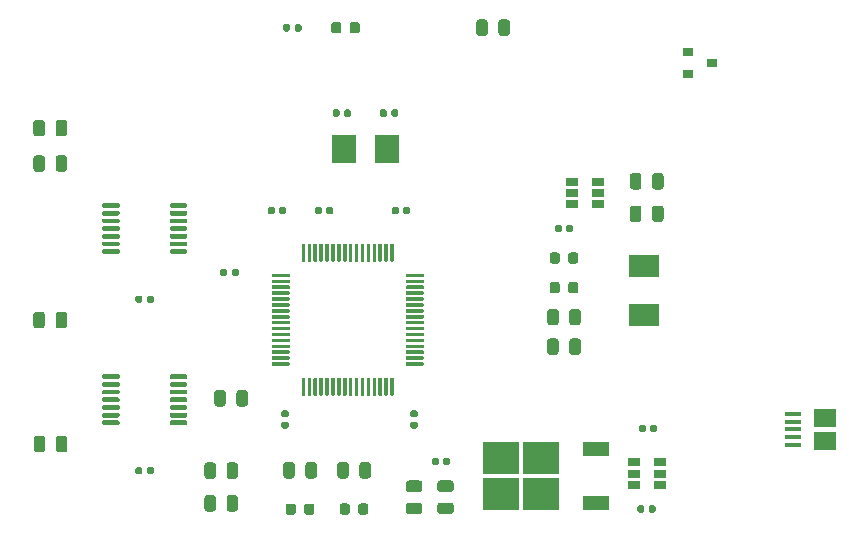
<source format=gbr>
G04 #@! TF.GenerationSoftware,KiCad,Pcbnew,(5.1.6-0-10_14)*
G04 #@! TF.CreationDate,2021-01-09T17:34:30+01:00*
G04 #@! TF.ProjectId,Greaseweazle_F7_Plus_V2,47726561-7365-4776-9561-7a6c655f4637,rev?*
G04 #@! TF.SameCoordinates,Original*
G04 #@! TF.FileFunction,Paste,Top*
G04 #@! TF.FilePolarity,Positive*
%FSLAX46Y46*%
G04 Gerber Fmt 4.6, Leading zero omitted, Abs format (unit mm)*
G04 Created by KiCad (PCBNEW (5.1.6-0-10_14)) date 2021-01-09 17:34:30*
%MOMM*%
%LPD*%
G01*
G04 APERTURE LIST*
%ADD10R,3.050000X2.750000*%
%ADD11R,2.200000X1.200000*%
%ADD12R,2.500000X1.900000*%
%ADD13R,1.060000X0.650000*%
%ADD14R,2.000000X2.400000*%
%ADD15R,1.900000X1.500000*%
%ADD16R,1.350000X0.400000*%
%ADD17R,0.900000X0.800000*%
G04 APERTURE END LIST*
D10*
X204553000Y-139953000D03*
X201203000Y-143003000D03*
X204553000Y-143003000D03*
X201203000Y-139953000D03*
D11*
X209178000Y-139198000D03*
X209178000Y-143758000D03*
G36*
G01*
X194258250Y-142806000D02*
X193345750Y-142806000D01*
G75*
G02*
X193102000Y-142562250I0J243750D01*
G01*
X193102000Y-142074750D01*
G75*
G02*
X193345750Y-141831000I243750J0D01*
G01*
X194258250Y-141831000D01*
G75*
G02*
X194502000Y-142074750I0J-243750D01*
G01*
X194502000Y-142562250D01*
G75*
G02*
X194258250Y-142806000I-243750J0D01*
G01*
G37*
G36*
G01*
X194258250Y-144681000D02*
X193345750Y-144681000D01*
G75*
G02*
X193102000Y-144437250I0J243750D01*
G01*
X193102000Y-143949750D01*
G75*
G02*
X193345750Y-143706000I243750J0D01*
G01*
X194258250Y-143706000D01*
G75*
G02*
X194502000Y-143949750I0J-243750D01*
G01*
X194502000Y-144437250D01*
G75*
G02*
X194258250Y-144681000I-243750J0D01*
G01*
G37*
G36*
G01*
X196012750Y-143706000D02*
X196925250Y-143706000D01*
G75*
G02*
X197169000Y-143949750I0J-243750D01*
G01*
X197169000Y-144437250D01*
G75*
G02*
X196925250Y-144681000I-243750J0D01*
G01*
X196012750Y-144681000D01*
G75*
G02*
X195769000Y-144437250I0J243750D01*
G01*
X195769000Y-143949750D01*
G75*
G02*
X196012750Y-143706000I243750J0D01*
G01*
G37*
G36*
G01*
X196012750Y-141831000D02*
X196925250Y-141831000D01*
G75*
G02*
X197169000Y-142074750I0J-243750D01*
G01*
X197169000Y-142562250D01*
G75*
G02*
X196925250Y-142806000I-243750J0D01*
G01*
X196012750Y-142806000D01*
G75*
G02*
X195769000Y-142562250I0J243750D01*
G01*
X195769000Y-142074750D01*
G75*
G02*
X196012750Y-141831000I243750J0D01*
G01*
G37*
G36*
G01*
X168875000Y-136850000D02*
X168875000Y-137050000D01*
G75*
G02*
X168775000Y-137150000I-100000J0D01*
G01*
X167500000Y-137150000D01*
G75*
G02*
X167400000Y-137050000I0J100000D01*
G01*
X167400000Y-136850000D01*
G75*
G02*
X167500000Y-136750000I100000J0D01*
G01*
X168775000Y-136750000D01*
G75*
G02*
X168875000Y-136850000I0J-100000D01*
G01*
G37*
G36*
G01*
X168875000Y-136200000D02*
X168875000Y-136400000D01*
G75*
G02*
X168775000Y-136500000I-100000J0D01*
G01*
X167500000Y-136500000D01*
G75*
G02*
X167400000Y-136400000I0J100000D01*
G01*
X167400000Y-136200000D01*
G75*
G02*
X167500000Y-136100000I100000J0D01*
G01*
X168775000Y-136100000D01*
G75*
G02*
X168875000Y-136200000I0J-100000D01*
G01*
G37*
G36*
G01*
X168875000Y-135550000D02*
X168875000Y-135750000D01*
G75*
G02*
X168775000Y-135850000I-100000J0D01*
G01*
X167500000Y-135850000D01*
G75*
G02*
X167400000Y-135750000I0J100000D01*
G01*
X167400000Y-135550000D01*
G75*
G02*
X167500000Y-135450000I100000J0D01*
G01*
X168775000Y-135450000D01*
G75*
G02*
X168875000Y-135550000I0J-100000D01*
G01*
G37*
G36*
G01*
X168875000Y-134900000D02*
X168875000Y-135100000D01*
G75*
G02*
X168775000Y-135200000I-100000J0D01*
G01*
X167500000Y-135200000D01*
G75*
G02*
X167400000Y-135100000I0J100000D01*
G01*
X167400000Y-134900000D01*
G75*
G02*
X167500000Y-134800000I100000J0D01*
G01*
X168775000Y-134800000D01*
G75*
G02*
X168875000Y-134900000I0J-100000D01*
G01*
G37*
G36*
G01*
X168875000Y-134250000D02*
X168875000Y-134450000D01*
G75*
G02*
X168775000Y-134550000I-100000J0D01*
G01*
X167500000Y-134550000D01*
G75*
G02*
X167400000Y-134450000I0J100000D01*
G01*
X167400000Y-134250000D01*
G75*
G02*
X167500000Y-134150000I100000J0D01*
G01*
X168775000Y-134150000D01*
G75*
G02*
X168875000Y-134250000I0J-100000D01*
G01*
G37*
G36*
G01*
X168875000Y-133600000D02*
X168875000Y-133800000D01*
G75*
G02*
X168775000Y-133900000I-100000J0D01*
G01*
X167500000Y-133900000D01*
G75*
G02*
X167400000Y-133800000I0J100000D01*
G01*
X167400000Y-133600000D01*
G75*
G02*
X167500000Y-133500000I100000J0D01*
G01*
X168775000Y-133500000D01*
G75*
G02*
X168875000Y-133600000I0J-100000D01*
G01*
G37*
G36*
G01*
X168875000Y-132950000D02*
X168875000Y-133150000D01*
G75*
G02*
X168775000Y-133250000I-100000J0D01*
G01*
X167500000Y-133250000D01*
G75*
G02*
X167400000Y-133150000I0J100000D01*
G01*
X167400000Y-132950000D01*
G75*
G02*
X167500000Y-132850000I100000J0D01*
G01*
X168775000Y-132850000D01*
G75*
G02*
X168875000Y-132950000I0J-100000D01*
G01*
G37*
G36*
G01*
X174600000Y-132950000D02*
X174600000Y-133150000D01*
G75*
G02*
X174500000Y-133250000I-100000J0D01*
G01*
X173225000Y-133250000D01*
G75*
G02*
X173125000Y-133150000I0J100000D01*
G01*
X173125000Y-132950000D01*
G75*
G02*
X173225000Y-132850000I100000J0D01*
G01*
X174500000Y-132850000D01*
G75*
G02*
X174600000Y-132950000I0J-100000D01*
G01*
G37*
G36*
G01*
X174600000Y-133600000D02*
X174600000Y-133800000D01*
G75*
G02*
X174500000Y-133900000I-100000J0D01*
G01*
X173225000Y-133900000D01*
G75*
G02*
X173125000Y-133800000I0J100000D01*
G01*
X173125000Y-133600000D01*
G75*
G02*
X173225000Y-133500000I100000J0D01*
G01*
X174500000Y-133500000D01*
G75*
G02*
X174600000Y-133600000I0J-100000D01*
G01*
G37*
G36*
G01*
X174600000Y-134250000D02*
X174600000Y-134450000D01*
G75*
G02*
X174500000Y-134550000I-100000J0D01*
G01*
X173225000Y-134550000D01*
G75*
G02*
X173125000Y-134450000I0J100000D01*
G01*
X173125000Y-134250000D01*
G75*
G02*
X173225000Y-134150000I100000J0D01*
G01*
X174500000Y-134150000D01*
G75*
G02*
X174600000Y-134250000I0J-100000D01*
G01*
G37*
G36*
G01*
X174600000Y-134900000D02*
X174600000Y-135100000D01*
G75*
G02*
X174500000Y-135200000I-100000J0D01*
G01*
X173225000Y-135200000D01*
G75*
G02*
X173125000Y-135100000I0J100000D01*
G01*
X173125000Y-134900000D01*
G75*
G02*
X173225000Y-134800000I100000J0D01*
G01*
X174500000Y-134800000D01*
G75*
G02*
X174600000Y-134900000I0J-100000D01*
G01*
G37*
G36*
G01*
X174600000Y-135550000D02*
X174600000Y-135750000D01*
G75*
G02*
X174500000Y-135850000I-100000J0D01*
G01*
X173225000Y-135850000D01*
G75*
G02*
X173125000Y-135750000I0J100000D01*
G01*
X173125000Y-135550000D01*
G75*
G02*
X173225000Y-135450000I100000J0D01*
G01*
X174500000Y-135450000D01*
G75*
G02*
X174600000Y-135550000I0J-100000D01*
G01*
G37*
G36*
G01*
X174600000Y-136200000D02*
X174600000Y-136400000D01*
G75*
G02*
X174500000Y-136500000I-100000J0D01*
G01*
X173225000Y-136500000D01*
G75*
G02*
X173125000Y-136400000I0J100000D01*
G01*
X173125000Y-136200000D01*
G75*
G02*
X173225000Y-136100000I100000J0D01*
G01*
X174500000Y-136100000D01*
G75*
G02*
X174600000Y-136200000I0J-100000D01*
G01*
G37*
G36*
G01*
X174600000Y-136850000D02*
X174600000Y-137050000D01*
G75*
G02*
X174500000Y-137150000I-100000J0D01*
G01*
X173225000Y-137150000D01*
G75*
G02*
X173125000Y-137050000I0J100000D01*
G01*
X173125000Y-136850000D01*
G75*
G02*
X173225000Y-136750000I100000J0D01*
G01*
X174500000Y-136750000D01*
G75*
G02*
X174600000Y-136850000I0J-100000D01*
G01*
G37*
G36*
G01*
X168875000Y-122350000D02*
X168875000Y-122550000D01*
G75*
G02*
X168775000Y-122650000I-100000J0D01*
G01*
X167500000Y-122650000D01*
G75*
G02*
X167400000Y-122550000I0J100000D01*
G01*
X167400000Y-122350000D01*
G75*
G02*
X167500000Y-122250000I100000J0D01*
G01*
X168775000Y-122250000D01*
G75*
G02*
X168875000Y-122350000I0J-100000D01*
G01*
G37*
G36*
G01*
X168875000Y-121700000D02*
X168875000Y-121900000D01*
G75*
G02*
X168775000Y-122000000I-100000J0D01*
G01*
X167500000Y-122000000D01*
G75*
G02*
X167400000Y-121900000I0J100000D01*
G01*
X167400000Y-121700000D01*
G75*
G02*
X167500000Y-121600000I100000J0D01*
G01*
X168775000Y-121600000D01*
G75*
G02*
X168875000Y-121700000I0J-100000D01*
G01*
G37*
G36*
G01*
X168875000Y-121050000D02*
X168875000Y-121250000D01*
G75*
G02*
X168775000Y-121350000I-100000J0D01*
G01*
X167500000Y-121350000D01*
G75*
G02*
X167400000Y-121250000I0J100000D01*
G01*
X167400000Y-121050000D01*
G75*
G02*
X167500000Y-120950000I100000J0D01*
G01*
X168775000Y-120950000D01*
G75*
G02*
X168875000Y-121050000I0J-100000D01*
G01*
G37*
G36*
G01*
X168875000Y-120400000D02*
X168875000Y-120600000D01*
G75*
G02*
X168775000Y-120700000I-100000J0D01*
G01*
X167500000Y-120700000D01*
G75*
G02*
X167400000Y-120600000I0J100000D01*
G01*
X167400000Y-120400000D01*
G75*
G02*
X167500000Y-120300000I100000J0D01*
G01*
X168775000Y-120300000D01*
G75*
G02*
X168875000Y-120400000I0J-100000D01*
G01*
G37*
G36*
G01*
X168875000Y-119750000D02*
X168875000Y-119950000D01*
G75*
G02*
X168775000Y-120050000I-100000J0D01*
G01*
X167500000Y-120050000D01*
G75*
G02*
X167400000Y-119950000I0J100000D01*
G01*
X167400000Y-119750000D01*
G75*
G02*
X167500000Y-119650000I100000J0D01*
G01*
X168775000Y-119650000D01*
G75*
G02*
X168875000Y-119750000I0J-100000D01*
G01*
G37*
G36*
G01*
X168875000Y-119100000D02*
X168875000Y-119300000D01*
G75*
G02*
X168775000Y-119400000I-100000J0D01*
G01*
X167500000Y-119400000D01*
G75*
G02*
X167400000Y-119300000I0J100000D01*
G01*
X167400000Y-119100000D01*
G75*
G02*
X167500000Y-119000000I100000J0D01*
G01*
X168775000Y-119000000D01*
G75*
G02*
X168875000Y-119100000I0J-100000D01*
G01*
G37*
G36*
G01*
X168875000Y-118450000D02*
X168875000Y-118650000D01*
G75*
G02*
X168775000Y-118750000I-100000J0D01*
G01*
X167500000Y-118750000D01*
G75*
G02*
X167400000Y-118650000I0J100000D01*
G01*
X167400000Y-118450000D01*
G75*
G02*
X167500000Y-118350000I100000J0D01*
G01*
X168775000Y-118350000D01*
G75*
G02*
X168875000Y-118450000I0J-100000D01*
G01*
G37*
G36*
G01*
X174600000Y-118450000D02*
X174600000Y-118650000D01*
G75*
G02*
X174500000Y-118750000I-100000J0D01*
G01*
X173225000Y-118750000D01*
G75*
G02*
X173125000Y-118650000I0J100000D01*
G01*
X173125000Y-118450000D01*
G75*
G02*
X173225000Y-118350000I100000J0D01*
G01*
X174500000Y-118350000D01*
G75*
G02*
X174600000Y-118450000I0J-100000D01*
G01*
G37*
G36*
G01*
X174600000Y-119100000D02*
X174600000Y-119300000D01*
G75*
G02*
X174500000Y-119400000I-100000J0D01*
G01*
X173225000Y-119400000D01*
G75*
G02*
X173125000Y-119300000I0J100000D01*
G01*
X173125000Y-119100000D01*
G75*
G02*
X173225000Y-119000000I100000J0D01*
G01*
X174500000Y-119000000D01*
G75*
G02*
X174600000Y-119100000I0J-100000D01*
G01*
G37*
G36*
G01*
X174600000Y-119750000D02*
X174600000Y-119950000D01*
G75*
G02*
X174500000Y-120050000I-100000J0D01*
G01*
X173225000Y-120050000D01*
G75*
G02*
X173125000Y-119950000I0J100000D01*
G01*
X173125000Y-119750000D01*
G75*
G02*
X173225000Y-119650000I100000J0D01*
G01*
X174500000Y-119650000D01*
G75*
G02*
X174600000Y-119750000I0J-100000D01*
G01*
G37*
G36*
G01*
X174600000Y-120400000D02*
X174600000Y-120600000D01*
G75*
G02*
X174500000Y-120700000I-100000J0D01*
G01*
X173225000Y-120700000D01*
G75*
G02*
X173125000Y-120600000I0J100000D01*
G01*
X173125000Y-120400000D01*
G75*
G02*
X173225000Y-120300000I100000J0D01*
G01*
X174500000Y-120300000D01*
G75*
G02*
X174600000Y-120400000I0J-100000D01*
G01*
G37*
G36*
G01*
X174600000Y-121050000D02*
X174600000Y-121250000D01*
G75*
G02*
X174500000Y-121350000I-100000J0D01*
G01*
X173225000Y-121350000D01*
G75*
G02*
X173125000Y-121250000I0J100000D01*
G01*
X173125000Y-121050000D01*
G75*
G02*
X173225000Y-120950000I100000J0D01*
G01*
X174500000Y-120950000D01*
G75*
G02*
X174600000Y-121050000I0J-100000D01*
G01*
G37*
G36*
G01*
X174600000Y-121700000D02*
X174600000Y-121900000D01*
G75*
G02*
X174500000Y-122000000I-100000J0D01*
G01*
X173225000Y-122000000D01*
G75*
G02*
X173125000Y-121900000I0J100000D01*
G01*
X173125000Y-121700000D01*
G75*
G02*
X173225000Y-121600000I100000J0D01*
G01*
X174500000Y-121600000D01*
G75*
G02*
X174600000Y-121700000I0J-100000D01*
G01*
G37*
G36*
G01*
X174600000Y-122350000D02*
X174600000Y-122550000D01*
G75*
G02*
X174500000Y-122650000I-100000J0D01*
G01*
X173225000Y-122650000D01*
G75*
G02*
X173125000Y-122550000I0J100000D01*
G01*
X173125000Y-122350000D01*
G75*
G02*
X173225000Y-122250000I100000J0D01*
G01*
X174500000Y-122250000D01*
G75*
G02*
X174600000Y-122350000I0J-100000D01*
G01*
G37*
G36*
G01*
X177028000Y-140543750D02*
X177028000Y-141456250D01*
G75*
G02*
X176784250Y-141700000I-243750J0D01*
G01*
X176296750Y-141700000D01*
G75*
G02*
X176053000Y-141456250I0J243750D01*
G01*
X176053000Y-140543750D01*
G75*
G02*
X176296750Y-140300000I243750J0D01*
G01*
X176784250Y-140300000D01*
G75*
G02*
X177028000Y-140543750I0J-243750D01*
G01*
G37*
G36*
G01*
X178903000Y-140543750D02*
X178903000Y-141456250D01*
G75*
G02*
X178659250Y-141700000I-243750J0D01*
G01*
X178171750Y-141700000D01*
G75*
G02*
X177928000Y-141456250I0J243750D01*
G01*
X177928000Y-140543750D01*
G75*
G02*
X178171750Y-140300000I243750J0D01*
G01*
X178659250Y-140300000D01*
G75*
G02*
X178903000Y-140543750I0J-243750D01*
G01*
G37*
G36*
G01*
X177028000Y-143307750D02*
X177028000Y-144220250D01*
G75*
G02*
X176784250Y-144464000I-243750J0D01*
G01*
X176296750Y-144464000D01*
G75*
G02*
X176053000Y-144220250I0J243750D01*
G01*
X176053000Y-143307750D01*
G75*
G02*
X176296750Y-143064000I243750J0D01*
G01*
X176784250Y-143064000D01*
G75*
G02*
X177028000Y-143307750I0J-243750D01*
G01*
G37*
G36*
G01*
X178903000Y-143307750D02*
X178903000Y-144220250D01*
G75*
G02*
X178659250Y-144464000I-243750J0D01*
G01*
X178171750Y-144464000D01*
G75*
G02*
X177928000Y-144220250I0J243750D01*
G01*
X177928000Y-143307750D01*
G75*
G02*
X178171750Y-143064000I243750J0D01*
G01*
X178659250Y-143064000D01*
G75*
G02*
X178903000Y-143307750I0J-243750D01*
G01*
G37*
G36*
G01*
X183700000Y-140513750D02*
X183700000Y-141426250D01*
G75*
G02*
X183456250Y-141670000I-243750J0D01*
G01*
X182968750Y-141670000D01*
G75*
G02*
X182725000Y-141426250I0J243750D01*
G01*
X182725000Y-140513750D01*
G75*
G02*
X182968750Y-140270000I243750J0D01*
G01*
X183456250Y-140270000D01*
G75*
G02*
X183700000Y-140513750I0J-243750D01*
G01*
G37*
G36*
G01*
X185575000Y-140513750D02*
X185575000Y-141426250D01*
G75*
G02*
X185331250Y-141670000I-243750J0D01*
G01*
X184843750Y-141670000D01*
G75*
G02*
X184600000Y-141426250I0J243750D01*
G01*
X184600000Y-140513750D01*
G75*
G02*
X184843750Y-140270000I243750J0D01*
G01*
X185331250Y-140270000D01*
G75*
G02*
X185575000Y-140513750I0J-243750D01*
G01*
G37*
G36*
G01*
X189172000Y-141426250D02*
X189172000Y-140513750D01*
G75*
G02*
X189415750Y-140270000I243750J0D01*
G01*
X189903250Y-140270000D01*
G75*
G02*
X190147000Y-140513750I0J-243750D01*
G01*
X190147000Y-141426250D01*
G75*
G02*
X189903250Y-141670000I-243750J0D01*
G01*
X189415750Y-141670000D01*
G75*
G02*
X189172000Y-141426250I0J243750D01*
G01*
G37*
G36*
G01*
X187297000Y-141426250D02*
X187297000Y-140513750D01*
G75*
G02*
X187540750Y-140270000I243750J0D01*
G01*
X188028250Y-140270000D01*
G75*
G02*
X188272000Y-140513750I0J-243750D01*
G01*
X188272000Y-141426250D01*
G75*
G02*
X188028250Y-141670000I-243750J0D01*
G01*
X187540750Y-141670000D01*
G75*
G02*
X187297000Y-141426250I0J243750D01*
G01*
G37*
G36*
G01*
X163450000Y-112456250D02*
X163450000Y-111543750D01*
G75*
G02*
X163693750Y-111300000I243750J0D01*
G01*
X164181250Y-111300000D01*
G75*
G02*
X164425000Y-111543750I0J-243750D01*
G01*
X164425000Y-112456250D01*
G75*
G02*
X164181250Y-112700000I-243750J0D01*
G01*
X163693750Y-112700000D01*
G75*
G02*
X163450000Y-112456250I0J243750D01*
G01*
G37*
G36*
G01*
X161575000Y-112456250D02*
X161575000Y-111543750D01*
G75*
G02*
X161818750Y-111300000I243750J0D01*
G01*
X162306250Y-111300000D01*
G75*
G02*
X162550000Y-111543750I0J-243750D01*
G01*
X162550000Y-112456250D01*
G75*
G02*
X162306250Y-112700000I-243750J0D01*
G01*
X161818750Y-112700000D01*
G75*
G02*
X161575000Y-112456250I0J243750D01*
G01*
G37*
G36*
G01*
X163450000Y-128706250D02*
X163450000Y-127793750D01*
G75*
G02*
X163693750Y-127550000I243750J0D01*
G01*
X164181250Y-127550000D01*
G75*
G02*
X164425000Y-127793750I0J-243750D01*
G01*
X164425000Y-128706250D01*
G75*
G02*
X164181250Y-128950000I-243750J0D01*
G01*
X163693750Y-128950000D01*
G75*
G02*
X163450000Y-128706250I0J243750D01*
G01*
G37*
G36*
G01*
X161575000Y-128706250D02*
X161575000Y-127793750D01*
G75*
G02*
X161818750Y-127550000I243750J0D01*
G01*
X162306250Y-127550000D01*
G75*
G02*
X162550000Y-127793750I0J-243750D01*
G01*
X162550000Y-128706250D01*
G75*
G02*
X162306250Y-128950000I-243750J0D01*
G01*
X161818750Y-128950000D01*
G75*
G02*
X161575000Y-128706250I0J243750D01*
G01*
G37*
G36*
G01*
X163450000Y-115456250D02*
X163450000Y-114543750D01*
G75*
G02*
X163693750Y-114300000I243750J0D01*
G01*
X164181250Y-114300000D01*
G75*
G02*
X164425000Y-114543750I0J-243750D01*
G01*
X164425000Y-115456250D01*
G75*
G02*
X164181250Y-115700000I-243750J0D01*
G01*
X163693750Y-115700000D01*
G75*
G02*
X163450000Y-115456250I0J243750D01*
G01*
G37*
G36*
G01*
X161575000Y-115456250D02*
X161575000Y-114543750D01*
G75*
G02*
X161818750Y-114300000I243750J0D01*
G01*
X162306250Y-114300000D01*
G75*
G02*
X162550000Y-114543750I0J-243750D01*
G01*
X162550000Y-115456250D01*
G75*
G02*
X162306250Y-115700000I-243750J0D01*
G01*
X161818750Y-115700000D01*
G75*
G02*
X161575000Y-115456250I0J243750D01*
G01*
G37*
G36*
G01*
X162580000Y-138293750D02*
X162580000Y-139206250D01*
G75*
G02*
X162336250Y-139450000I-243750J0D01*
G01*
X161848750Y-139450000D01*
G75*
G02*
X161605000Y-139206250I0J243750D01*
G01*
X161605000Y-138293750D01*
G75*
G02*
X161848750Y-138050000I243750J0D01*
G01*
X162336250Y-138050000D01*
G75*
G02*
X162580000Y-138293750I0J-243750D01*
G01*
G37*
G36*
G01*
X164455000Y-138293750D02*
X164455000Y-139206250D01*
G75*
G02*
X164211250Y-139450000I-243750J0D01*
G01*
X163723750Y-139450000D01*
G75*
G02*
X163480000Y-139206250I0J243750D01*
G01*
X163480000Y-138293750D01*
G75*
G02*
X163723750Y-138050000I243750J0D01*
G01*
X164211250Y-138050000D01*
G75*
G02*
X164455000Y-138293750I0J-243750D01*
G01*
G37*
G36*
G01*
X187650000Y-103243750D02*
X187650000Y-103756250D01*
G75*
G02*
X187431250Y-103975000I-218750J0D01*
G01*
X186993750Y-103975000D01*
G75*
G02*
X186775000Y-103756250I0J218750D01*
G01*
X186775000Y-103243750D01*
G75*
G02*
X186993750Y-103025000I218750J0D01*
G01*
X187431250Y-103025000D01*
G75*
G02*
X187650000Y-103243750I0J-218750D01*
G01*
G37*
G36*
G01*
X189225000Y-103243750D02*
X189225000Y-103756250D01*
G75*
G02*
X189006250Y-103975000I-218750J0D01*
G01*
X188568750Y-103975000D01*
G75*
G02*
X188350000Y-103756250I0J218750D01*
G01*
X188350000Y-103243750D01*
G75*
G02*
X188568750Y-103025000I218750J0D01*
G01*
X189006250Y-103025000D01*
G75*
G02*
X189225000Y-103243750I0J-218750D01*
G01*
G37*
G36*
G01*
X200050000Y-103043750D02*
X200050000Y-103956250D01*
G75*
G02*
X199806250Y-104200000I-243750J0D01*
G01*
X199318750Y-104200000D01*
G75*
G02*
X199075000Y-103956250I0J243750D01*
G01*
X199075000Y-103043750D01*
G75*
G02*
X199318750Y-102800000I243750J0D01*
G01*
X199806250Y-102800000D01*
G75*
G02*
X200050000Y-103043750I0J-243750D01*
G01*
G37*
G36*
G01*
X201925000Y-103043750D02*
X201925000Y-103956250D01*
G75*
G02*
X201681250Y-104200000I-243750J0D01*
G01*
X201193750Y-104200000D01*
G75*
G02*
X200950000Y-103956250I0J243750D01*
G01*
X200950000Y-103043750D01*
G75*
G02*
X201193750Y-102800000I243750J0D01*
G01*
X201681250Y-102800000D01*
G75*
G02*
X201925000Y-103043750I0J-243750D01*
G01*
G37*
G36*
G01*
X206850000Y-123256250D02*
X206850000Y-122743750D01*
G75*
G02*
X207068750Y-122525000I218750J0D01*
G01*
X207506250Y-122525000D01*
G75*
G02*
X207725000Y-122743750I0J-218750D01*
G01*
X207725000Y-123256250D01*
G75*
G02*
X207506250Y-123475000I-218750J0D01*
G01*
X207068750Y-123475000D01*
G75*
G02*
X206850000Y-123256250I0J218750D01*
G01*
G37*
G36*
G01*
X205275000Y-123256250D02*
X205275000Y-122743750D01*
G75*
G02*
X205493750Y-122525000I218750J0D01*
G01*
X205931250Y-122525000D01*
G75*
G02*
X206150000Y-122743750I0J-218750D01*
G01*
X206150000Y-123256250D01*
G75*
G02*
X205931250Y-123475000I-218750J0D01*
G01*
X205493750Y-123475000D01*
G75*
G02*
X205275000Y-123256250I0J218750D01*
G01*
G37*
G36*
G01*
X206150000Y-125243750D02*
X206150000Y-125756250D01*
G75*
G02*
X205931250Y-125975000I-218750J0D01*
G01*
X205493750Y-125975000D01*
G75*
G02*
X205275000Y-125756250I0J218750D01*
G01*
X205275000Y-125243750D01*
G75*
G02*
X205493750Y-125025000I218750J0D01*
G01*
X205931250Y-125025000D01*
G75*
G02*
X206150000Y-125243750I0J-218750D01*
G01*
G37*
G36*
G01*
X207725000Y-125243750D02*
X207725000Y-125756250D01*
G75*
G02*
X207506250Y-125975000I-218750J0D01*
G01*
X207068750Y-125975000D01*
G75*
G02*
X206850000Y-125756250I0J218750D01*
G01*
X206850000Y-125243750D01*
G75*
G02*
X207068750Y-125025000I218750J0D01*
G01*
X207506250Y-125025000D01*
G75*
G02*
X207725000Y-125243750I0J-218750D01*
G01*
G37*
D12*
X213250000Y-127800000D03*
X213250000Y-123700000D03*
G36*
G01*
X184500000Y-144528250D02*
X184500000Y-144015750D01*
G75*
G02*
X184718750Y-143797000I218750J0D01*
G01*
X185156250Y-143797000D01*
G75*
G02*
X185375000Y-144015750I0J-218750D01*
G01*
X185375000Y-144528250D01*
G75*
G02*
X185156250Y-144747000I-218750J0D01*
G01*
X184718750Y-144747000D01*
G75*
G02*
X184500000Y-144528250I0J218750D01*
G01*
G37*
G36*
G01*
X182925000Y-144528250D02*
X182925000Y-144015750D01*
G75*
G02*
X183143750Y-143797000I218750J0D01*
G01*
X183581250Y-143797000D01*
G75*
G02*
X183800000Y-144015750I0J-218750D01*
G01*
X183800000Y-144528250D01*
G75*
G02*
X183581250Y-144747000I-218750J0D01*
G01*
X183143750Y-144747000D01*
G75*
G02*
X182925000Y-144528250I0J218750D01*
G01*
G37*
G36*
G01*
X189072000Y-144506250D02*
X189072000Y-143993750D01*
G75*
G02*
X189290750Y-143775000I218750J0D01*
G01*
X189728250Y-143775000D01*
G75*
G02*
X189947000Y-143993750I0J-218750D01*
G01*
X189947000Y-144506250D01*
G75*
G02*
X189728250Y-144725000I-218750J0D01*
G01*
X189290750Y-144725000D01*
G75*
G02*
X189072000Y-144506250I0J218750D01*
G01*
G37*
G36*
G01*
X187497000Y-144506250D02*
X187497000Y-143993750D01*
G75*
G02*
X187715750Y-143775000I218750J0D01*
G01*
X188153250Y-143775000D01*
G75*
G02*
X188372000Y-143993750I0J-218750D01*
G01*
X188372000Y-144506250D01*
G75*
G02*
X188153250Y-144725000I-218750J0D01*
G01*
X187715750Y-144725000D01*
G75*
G02*
X187497000Y-144506250I0J218750D01*
G01*
G37*
G36*
G01*
X171190000Y-126672500D02*
X171190000Y-126327500D01*
G75*
G02*
X171337500Y-126180000I147500J0D01*
G01*
X171632500Y-126180000D01*
G75*
G02*
X171780000Y-126327500I0J-147500D01*
G01*
X171780000Y-126672500D01*
G75*
G02*
X171632500Y-126820000I-147500J0D01*
G01*
X171337500Y-126820000D01*
G75*
G02*
X171190000Y-126672500I0J147500D01*
G01*
G37*
G36*
G01*
X170220000Y-126672500D02*
X170220000Y-126327500D01*
G75*
G02*
X170367500Y-126180000I147500J0D01*
G01*
X170662500Y-126180000D01*
G75*
G02*
X170810000Y-126327500I0J-147500D01*
G01*
X170810000Y-126672500D01*
G75*
G02*
X170662500Y-126820000I-147500J0D01*
G01*
X170367500Y-126820000D01*
G75*
G02*
X170220000Y-126672500I0J147500D01*
G01*
G37*
G36*
G01*
X171190000Y-141172500D02*
X171190000Y-140827500D01*
G75*
G02*
X171337500Y-140680000I147500J0D01*
G01*
X171632500Y-140680000D01*
G75*
G02*
X171780000Y-140827500I0J-147500D01*
G01*
X171780000Y-141172500D01*
G75*
G02*
X171632500Y-141320000I-147500J0D01*
G01*
X171337500Y-141320000D01*
G75*
G02*
X171190000Y-141172500I0J147500D01*
G01*
G37*
G36*
G01*
X170220000Y-141172500D02*
X170220000Y-140827500D01*
G75*
G02*
X170367500Y-140680000I147500J0D01*
G01*
X170662500Y-140680000D01*
G75*
G02*
X170810000Y-140827500I0J-147500D01*
G01*
X170810000Y-141172500D01*
G75*
G02*
X170662500Y-141320000I-147500J0D01*
G01*
X170367500Y-141320000D01*
G75*
G02*
X170220000Y-141172500I0J147500D01*
G01*
G37*
G36*
G01*
X193629500Y-136842000D02*
X193974500Y-136842000D01*
G75*
G02*
X194122000Y-136989500I0J-147500D01*
G01*
X194122000Y-137284500D01*
G75*
G02*
X193974500Y-137432000I-147500J0D01*
G01*
X193629500Y-137432000D01*
G75*
G02*
X193482000Y-137284500I0J147500D01*
G01*
X193482000Y-136989500D01*
G75*
G02*
X193629500Y-136842000I147500J0D01*
G01*
G37*
G36*
G01*
X193629500Y-135872000D02*
X193974500Y-135872000D01*
G75*
G02*
X194122000Y-136019500I0J-147500D01*
G01*
X194122000Y-136314500D01*
G75*
G02*
X193974500Y-136462000I-147500J0D01*
G01*
X193629500Y-136462000D01*
G75*
G02*
X193482000Y-136314500I0J147500D01*
G01*
X193482000Y-136019500D01*
G75*
G02*
X193629500Y-135872000I147500J0D01*
G01*
G37*
G36*
G01*
X182707500Y-136842000D02*
X183052500Y-136842000D01*
G75*
G02*
X183200000Y-136989500I0J-147500D01*
G01*
X183200000Y-137284500D01*
G75*
G02*
X183052500Y-137432000I-147500J0D01*
G01*
X182707500Y-137432000D01*
G75*
G02*
X182560000Y-137284500I0J147500D01*
G01*
X182560000Y-136989500D01*
G75*
G02*
X182707500Y-136842000I147500J0D01*
G01*
G37*
G36*
G01*
X182707500Y-135872000D02*
X183052500Y-135872000D01*
G75*
G02*
X183200000Y-136019500I0J-147500D01*
G01*
X183200000Y-136314500D01*
G75*
G02*
X183052500Y-136462000I-147500J0D01*
G01*
X182707500Y-136462000D01*
G75*
G02*
X182560000Y-136314500I0J147500D01*
G01*
X182560000Y-136019500D01*
G75*
G02*
X182707500Y-135872000I147500J0D01*
G01*
G37*
G36*
G01*
X178000000Y-124049500D02*
X178000000Y-124394500D01*
G75*
G02*
X177852500Y-124542000I-147500J0D01*
G01*
X177557500Y-124542000D01*
G75*
G02*
X177410000Y-124394500I0J147500D01*
G01*
X177410000Y-124049500D01*
G75*
G02*
X177557500Y-123902000I147500J0D01*
G01*
X177852500Y-123902000D01*
G75*
G02*
X178000000Y-124049500I0J-147500D01*
G01*
G37*
G36*
G01*
X178970000Y-124049500D02*
X178970000Y-124394500D01*
G75*
G02*
X178822500Y-124542000I-147500J0D01*
G01*
X178527500Y-124542000D01*
G75*
G02*
X178380000Y-124394500I0J147500D01*
G01*
X178380000Y-124049500D01*
G75*
G02*
X178527500Y-123902000I147500J0D01*
G01*
X178822500Y-123902000D01*
G75*
G02*
X178970000Y-124049500I0J-147500D01*
G01*
G37*
G36*
G01*
X192880000Y-119156500D02*
X192880000Y-118811500D01*
G75*
G02*
X193027500Y-118664000I147500J0D01*
G01*
X193322500Y-118664000D01*
G75*
G02*
X193470000Y-118811500I0J-147500D01*
G01*
X193470000Y-119156500D01*
G75*
G02*
X193322500Y-119304000I-147500J0D01*
G01*
X193027500Y-119304000D01*
G75*
G02*
X192880000Y-119156500I0J147500D01*
G01*
G37*
G36*
G01*
X191910000Y-119156500D02*
X191910000Y-118811500D01*
G75*
G02*
X192057500Y-118664000I147500J0D01*
G01*
X192352500Y-118664000D01*
G75*
G02*
X192500000Y-118811500I0J-147500D01*
G01*
X192500000Y-119156500D01*
G75*
G02*
X192352500Y-119304000I-147500J0D01*
G01*
X192057500Y-119304000D01*
G75*
G02*
X191910000Y-119156500I0J147500D01*
G01*
G37*
G36*
G01*
X187880000Y-110902500D02*
X187880000Y-110557500D01*
G75*
G02*
X188027500Y-110410000I147500J0D01*
G01*
X188322500Y-110410000D01*
G75*
G02*
X188470000Y-110557500I0J-147500D01*
G01*
X188470000Y-110902500D01*
G75*
G02*
X188322500Y-111050000I-147500J0D01*
G01*
X188027500Y-111050000D01*
G75*
G02*
X187880000Y-110902500I0J147500D01*
G01*
G37*
G36*
G01*
X186910000Y-110902500D02*
X186910000Y-110557500D01*
G75*
G02*
X187057500Y-110410000I147500J0D01*
G01*
X187352500Y-110410000D01*
G75*
G02*
X187500000Y-110557500I0J-147500D01*
G01*
X187500000Y-110902500D01*
G75*
G02*
X187352500Y-111050000I-147500J0D01*
G01*
X187057500Y-111050000D01*
G75*
G02*
X186910000Y-110902500I0J147500D01*
G01*
G37*
G36*
G01*
X191500000Y-110557500D02*
X191500000Y-110902500D01*
G75*
G02*
X191352500Y-111050000I-147500J0D01*
G01*
X191057500Y-111050000D01*
G75*
G02*
X190910000Y-110902500I0J147500D01*
G01*
X190910000Y-110557500D01*
G75*
G02*
X191057500Y-110410000I147500J0D01*
G01*
X191352500Y-110410000D01*
G75*
G02*
X191500000Y-110557500I0J-147500D01*
G01*
G37*
G36*
G01*
X192470000Y-110557500D02*
X192470000Y-110902500D01*
G75*
G02*
X192322500Y-111050000I-147500J0D01*
G01*
X192027500Y-111050000D01*
G75*
G02*
X191880000Y-110902500I0J147500D01*
G01*
X191880000Y-110557500D01*
G75*
G02*
X192027500Y-110410000I147500J0D01*
G01*
X192322500Y-110410000D01*
G75*
G02*
X192470000Y-110557500I0J-147500D01*
G01*
G37*
G36*
G01*
X182000000Y-118811500D02*
X182000000Y-119156500D01*
G75*
G02*
X181852500Y-119304000I-147500J0D01*
G01*
X181557500Y-119304000D01*
G75*
G02*
X181410000Y-119156500I0J147500D01*
G01*
X181410000Y-118811500D01*
G75*
G02*
X181557500Y-118664000I147500J0D01*
G01*
X181852500Y-118664000D01*
G75*
G02*
X182000000Y-118811500I0J-147500D01*
G01*
G37*
G36*
G01*
X182970000Y-118811500D02*
X182970000Y-119156500D01*
G75*
G02*
X182822500Y-119304000I-147500J0D01*
G01*
X182527500Y-119304000D01*
G75*
G02*
X182380000Y-119156500I0J147500D01*
G01*
X182380000Y-118811500D01*
G75*
G02*
X182527500Y-118664000I147500J0D01*
G01*
X182822500Y-118664000D01*
G75*
G02*
X182970000Y-118811500I0J-147500D01*
G01*
G37*
G36*
G01*
X186380000Y-119156500D02*
X186380000Y-118811500D01*
G75*
G02*
X186527500Y-118664000I147500J0D01*
G01*
X186822500Y-118664000D01*
G75*
G02*
X186970000Y-118811500I0J-147500D01*
G01*
X186970000Y-119156500D01*
G75*
G02*
X186822500Y-119304000I-147500J0D01*
G01*
X186527500Y-119304000D01*
G75*
G02*
X186380000Y-119156500I0J147500D01*
G01*
G37*
G36*
G01*
X185410000Y-119156500D02*
X185410000Y-118811500D01*
G75*
G02*
X185557500Y-118664000I147500J0D01*
G01*
X185852500Y-118664000D01*
G75*
G02*
X186000000Y-118811500I0J-147500D01*
G01*
X186000000Y-119156500D01*
G75*
G02*
X185852500Y-119304000I-147500J0D01*
G01*
X185557500Y-119304000D01*
G75*
G02*
X185410000Y-119156500I0J147500D01*
G01*
G37*
G36*
G01*
X177858000Y-134417750D02*
X177858000Y-135330250D01*
G75*
G02*
X177614250Y-135574000I-243750J0D01*
G01*
X177126750Y-135574000D01*
G75*
G02*
X176883000Y-135330250I0J243750D01*
G01*
X176883000Y-134417750D01*
G75*
G02*
X177126750Y-134174000I243750J0D01*
G01*
X177614250Y-134174000D01*
G75*
G02*
X177858000Y-134417750I0J-243750D01*
G01*
G37*
G36*
G01*
X179733000Y-134417750D02*
X179733000Y-135330250D01*
G75*
G02*
X179489250Y-135574000I-243750J0D01*
G01*
X179001750Y-135574000D01*
G75*
G02*
X178758000Y-135330250I0J243750D01*
G01*
X178758000Y-134417750D01*
G75*
G02*
X179001750Y-134174000I243750J0D01*
G01*
X179489250Y-134174000D01*
G75*
G02*
X179733000Y-134417750I0J-243750D01*
G01*
G37*
G36*
G01*
X183690000Y-103672500D02*
X183690000Y-103327500D01*
G75*
G02*
X183837500Y-103180000I147500J0D01*
G01*
X184132500Y-103180000D01*
G75*
G02*
X184280000Y-103327500I0J-147500D01*
G01*
X184280000Y-103672500D01*
G75*
G02*
X184132500Y-103820000I-147500J0D01*
G01*
X183837500Y-103820000D01*
G75*
G02*
X183690000Y-103672500I0J147500D01*
G01*
G37*
G36*
G01*
X182720000Y-103672500D02*
X182720000Y-103327500D01*
G75*
G02*
X182867500Y-103180000I147500J0D01*
G01*
X183162500Y-103180000D01*
G75*
G02*
X183310000Y-103327500I0J-147500D01*
G01*
X183310000Y-103672500D01*
G75*
G02*
X183162500Y-103820000I-147500J0D01*
G01*
X182867500Y-103820000D01*
G75*
G02*
X182720000Y-103672500I0J147500D01*
G01*
G37*
G36*
G01*
X195898000Y-140035500D02*
X195898000Y-140380500D01*
G75*
G02*
X195750500Y-140528000I-147500J0D01*
G01*
X195455500Y-140528000D01*
G75*
G02*
X195308000Y-140380500I0J147500D01*
G01*
X195308000Y-140035500D01*
G75*
G02*
X195455500Y-139888000I147500J0D01*
G01*
X195750500Y-139888000D01*
G75*
G02*
X195898000Y-140035500I0J-147500D01*
G01*
G37*
G36*
G01*
X196868000Y-140035500D02*
X196868000Y-140380500D01*
G75*
G02*
X196720500Y-140528000I-147500J0D01*
G01*
X196425500Y-140528000D01*
G75*
G02*
X196278000Y-140380500I0J147500D01*
G01*
X196278000Y-140035500D01*
G75*
G02*
X196425500Y-139888000I147500J0D01*
G01*
X196720500Y-139888000D01*
G75*
G02*
X196868000Y-140035500I0J-147500D01*
G01*
G37*
G36*
G01*
X213804000Y-137586500D02*
X213804000Y-137241500D01*
G75*
G02*
X213951500Y-137094000I147500J0D01*
G01*
X214246500Y-137094000D01*
G75*
G02*
X214394000Y-137241500I0J-147500D01*
G01*
X214394000Y-137586500D01*
G75*
G02*
X214246500Y-137734000I-147500J0D01*
G01*
X213951500Y-137734000D01*
G75*
G02*
X213804000Y-137586500I0J147500D01*
G01*
G37*
G36*
G01*
X212834000Y-137586500D02*
X212834000Y-137241500D01*
G75*
G02*
X212981500Y-137094000I147500J0D01*
G01*
X213276500Y-137094000D01*
G75*
G02*
X213424000Y-137241500I0J-147500D01*
G01*
X213424000Y-137586500D01*
G75*
G02*
X213276500Y-137734000I-147500J0D01*
G01*
X212981500Y-137734000D01*
G75*
G02*
X212834000Y-137586500I0J147500D01*
G01*
G37*
G36*
G01*
X213690000Y-144422500D02*
X213690000Y-144077500D01*
G75*
G02*
X213837500Y-143930000I147500J0D01*
G01*
X214132500Y-143930000D01*
G75*
G02*
X214280000Y-144077500I0J-147500D01*
G01*
X214280000Y-144422500D01*
G75*
G02*
X214132500Y-144570000I-147500J0D01*
G01*
X213837500Y-144570000D01*
G75*
G02*
X213690000Y-144422500I0J147500D01*
G01*
G37*
G36*
G01*
X212720000Y-144422500D02*
X212720000Y-144077500D01*
G75*
G02*
X212867500Y-143930000I147500J0D01*
G01*
X213162500Y-143930000D01*
G75*
G02*
X213310000Y-144077500I0J-147500D01*
G01*
X213310000Y-144422500D01*
G75*
G02*
X213162500Y-144570000I-147500J0D01*
G01*
X212867500Y-144570000D01*
G75*
G02*
X212720000Y-144422500I0J147500D01*
G01*
G37*
G36*
G01*
X206050000Y-130043750D02*
X206050000Y-130956250D01*
G75*
G02*
X205806250Y-131200000I-243750J0D01*
G01*
X205318750Y-131200000D01*
G75*
G02*
X205075000Y-130956250I0J243750D01*
G01*
X205075000Y-130043750D01*
G75*
G02*
X205318750Y-129800000I243750J0D01*
G01*
X205806250Y-129800000D01*
G75*
G02*
X206050000Y-130043750I0J-243750D01*
G01*
G37*
G36*
G01*
X207925000Y-130043750D02*
X207925000Y-130956250D01*
G75*
G02*
X207681250Y-131200000I-243750J0D01*
G01*
X207193750Y-131200000D01*
G75*
G02*
X206950000Y-130956250I0J243750D01*
G01*
X206950000Y-130043750D01*
G75*
G02*
X207193750Y-129800000I243750J0D01*
G01*
X207681250Y-129800000D01*
G75*
G02*
X207925000Y-130043750I0J-243750D01*
G01*
G37*
G36*
G01*
X206050000Y-127543750D02*
X206050000Y-128456250D01*
G75*
G02*
X205806250Y-128700000I-243750J0D01*
G01*
X205318750Y-128700000D01*
G75*
G02*
X205075000Y-128456250I0J243750D01*
G01*
X205075000Y-127543750D01*
G75*
G02*
X205318750Y-127300000I243750J0D01*
G01*
X205806250Y-127300000D01*
G75*
G02*
X206050000Y-127543750I0J-243750D01*
G01*
G37*
G36*
G01*
X207925000Y-127543750D02*
X207925000Y-128456250D01*
G75*
G02*
X207681250Y-128700000I-243750J0D01*
G01*
X207193750Y-128700000D01*
G75*
G02*
X206950000Y-128456250I0J243750D01*
G01*
X206950000Y-127543750D01*
G75*
G02*
X207193750Y-127300000I243750J0D01*
G01*
X207681250Y-127300000D01*
G75*
G02*
X207925000Y-127543750I0J-243750D01*
G01*
G37*
G36*
G01*
X213950000Y-119706250D02*
X213950000Y-118793750D01*
G75*
G02*
X214193750Y-118550000I243750J0D01*
G01*
X214681250Y-118550000D01*
G75*
G02*
X214925000Y-118793750I0J-243750D01*
G01*
X214925000Y-119706250D01*
G75*
G02*
X214681250Y-119950000I-243750J0D01*
G01*
X214193750Y-119950000D01*
G75*
G02*
X213950000Y-119706250I0J243750D01*
G01*
G37*
G36*
G01*
X212075000Y-119706250D02*
X212075000Y-118793750D01*
G75*
G02*
X212318750Y-118550000I243750J0D01*
G01*
X212806250Y-118550000D01*
G75*
G02*
X213050000Y-118793750I0J-243750D01*
G01*
X213050000Y-119706250D01*
G75*
G02*
X212806250Y-119950000I-243750J0D01*
G01*
X212318750Y-119950000D01*
G75*
G02*
X212075000Y-119706250I0J243750D01*
G01*
G37*
G36*
G01*
X213950000Y-116956250D02*
X213950000Y-116043750D01*
G75*
G02*
X214193750Y-115800000I243750J0D01*
G01*
X214681250Y-115800000D01*
G75*
G02*
X214925000Y-116043750I0J-243750D01*
G01*
X214925000Y-116956250D01*
G75*
G02*
X214681250Y-117200000I-243750J0D01*
G01*
X214193750Y-117200000D01*
G75*
G02*
X213950000Y-116956250I0J243750D01*
G01*
G37*
G36*
G01*
X212075000Y-116956250D02*
X212075000Y-116043750D01*
G75*
G02*
X212318750Y-115800000I243750J0D01*
G01*
X212806250Y-115800000D01*
G75*
G02*
X213050000Y-116043750I0J-243750D01*
G01*
X213050000Y-116956250D01*
G75*
G02*
X212806250Y-117200000I-243750J0D01*
G01*
X212318750Y-117200000D01*
G75*
G02*
X212075000Y-116956250I0J243750D01*
G01*
G37*
G36*
G01*
X206310000Y-120327500D02*
X206310000Y-120672500D01*
G75*
G02*
X206162500Y-120820000I-147500J0D01*
G01*
X205867500Y-120820000D01*
G75*
G02*
X205720000Y-120672500I0J147500D01*
G01*
X205720000Y-120327500D01*
G75*
G02*
X205867500Y-120180000I147500J0D01*
G01*
X206162500Y-120180000D01*
G75*
G02*
X206310000Y-120327500I0J-147500D01*
G01*
G37*
G36*
G01*
X207280000Y-120327500D02*
X207280000Y-120672500D01*
G75*
G02*
X207132500Y-120820000I-147500J0D01*
G01*
X206837500Y-120820000D01*
G75*
G02*
X206690000Y-120672500I0J147500D01*
G01*
X206690000Y-120327500D01*
G75*
G02*
X206837500Y-120180000I147500J0D01*
G01*
X207132500Y-120180000D01*
G75*
G02*
X207280000Y-120327500I0J-147500D01*
G01*
G37*
G36*
G01*
X193165000Y-124322000D02*
X194565000Y-124322000D01*
G75*
G02*
X194640000Y-124397000I0J-75000D01*
G01*
X194640000Y-124547000D01*
G75*
G02*
X194565000Y-124622000I-75000J0D01*
G01*
X193165000Y-124622000D01*
G75*
G02*
X193090000Y-124547000I0J75000D01*
G01*
X193090000Y-124397000D01*
G75*
G02*
X193165000Y-124322000I75000J0D01*
G01*
G37*
G36*
G01*
X193165000Y-124822000D02*
X194565000Y-124822000D01*
G75*
G02*
X194640000Y-124897000I0J-75000D01*
G01*
X194640000Y-125047000D01*
G75*
G02*
X194565000Y-125122000I-75000J0D01*
G01*
X193165000Y-125122000D01*
G75*
G02*
X193090000Y-125047000I0J75000D01*
G01*
X193090000Y-124897000D01*
G75*
G02*
X193165000Y-124822000I75000J0D01*
G01*
G37*
G36*
G01*
X193165000Y-125322000D02*
X194565000Y-125322000D01*
G75*
G02*
X194640000Y-125397000I0J-75000D01*
G01*
X194640000Y-125547000D01*
G75*
G02*
X194565000Y-125622000I-75000J0D01*
G01*
X193165000Y-125622000D01*
G75*
G02*
X193090000Y-125547000I0J75000D01*
G01*
X193090000Y-125397000D01*
G75*
G02*
X193165000Y-125322000I75000J0D01*
G01*
G37*
G36*
G01*
X193165000Y-125822000D02*
X194565000Y-125822000D01*
G75*
G02*
X194640000Y-125897000I0J-75000D01*
G01*
X194640000Y-126047000D01*
G75*
G02*
X194565000Y-126122000I-75000J0D01*
G01*
X193165000Y-126122000D01*
G75*
G02*
X193090000Y-126047000I0J75000D01*
G01*
X193090000Y-125897000D01*
G75*
G02*
X193165000Y-125822000I75000J0D01*
G01*
G37*
G36*
G01*
X193165000Y-126322000D02*
X194565000Y-126322000D01*
G75*
G02*
X194640000Y-126397000I0J-75000D01*
G01*
X194640000Y-126547000D01*
G75*
G02*
X194565000Y-126622000I-75000J0D01*
G01*
X193165000Y-126622000D01*
G75*
G02*
X193090000Y-126547000I0J75000D01*
G01*
X193090000Y-126397000D01*
G75*
G02*
X193165000Y-126322000I75000J0D01*
G01*
G37*
G36*
G01*
X193165000Y-126822000D02*
X194565000Y-126822000D01*
G75*
G02*
X194640000Y-126897000I0J-75000D01*
G01*
X194640000Y-127047000D01*
G75*
G02*
X194565000Y-127122000I-75000J0D01*
G01*
X193165000Y-127122000D01*
G75*
G02*
X193090000Y-127047000I0J75000D01*
G01*
X193090000Y-126897000D01*
G75*
G02*
X193165000Y-126822000I75000J0D01*
G01*
G37*
G36*
G01*
X193165000Y-127322000D02*
X194565000Y-127322000D01*
G75*
G02*
X194640000Y-127397000I0J-75000D01*
G01*
X194640000Y-127547000D01*
G75*
G02*
X194565000Y-127622000I-75000J0D01*
G01*
X193165000Y-127622000D01*
G75*
G02*
X193090000Y-127547000I0J75000D01*
G01*
X193090000Y-127397000D01*
G75*
G02*
X193165000Y-127322000I75000J0D01*
G01*
G37*
G36*
G01*
X193165000Y-127822000D02*
X194565000Y-127822000D01*
G75*
G02*
X194640000Y-127897000I0J-75000D01*
G01*
X194640000Y-128047000D01*
G75*
G02*
X194565000Y-128122000I-75000J0D01*
G01*
X193165000Y-128122000D01*
G75*
G02*
X193090000Y-128047000I0J75000D01*
G01*
X193090000Y-127897000D01*
G75*
G02*
X193165000Y-127822000I75000J0D01*
G01*
G37*
G36*
G01*
X193165000Y-128322000D02*
X194565000Y-128322000D01*
G75*
G02*
X194640000Y-128397000I0J-75000D01*
G01*
X194640000Y-128547000D01*
G75*
G02*
X194565000Y-128622000I-75000J0D01*
G01*
X193165000Y-128622000D01*
G75*
G02*
X193090000Y-128547000I0J75000D01*
G01*
X193090000Y-128397000D01*
G75*
G02*
X193165000Y-128322000I75000J0D01*
G01*
G37*
G36*
G01*
X193165000Y-128822000D02*
X194565000Y-128822000D01*
G75*
G02*
X194640000Y-128897000I0J-75000D01*
G01*
X194640000Y-129047000D01*
G75*
G02*
X194565000Y-129122000I-75000J0D01*
G01*
X193165000Y-129122000D01*
G75*
G02*
X193090000Y-129047000I0J75000D01*
G01*
X193090000Y-128897000D01*
G75*
G02*
X193165000Y-128822000I75000J0D01*
G01*
G37*
G36*
G01*
X193165000Y-129322000D02*
X194565000Y-129322000D01*
G75*
G02*
X194640000Y-129397000I0J-75000D01*
G01*
X194640000Y-129547000D01*
G75*
G02*
X194565000Y-129622000I-75000J0D01*
G01*
X193165000Y-129622000D01*
G75*
G02*
X193090000Y-129547000I0J75000D01*
G01*
X193090000Y-129397000D01*
G75*
G02*
X193165000Y-129322000I75000J0D01*
G01*
G37*
G36*
G01*
X193165000Y-129822000D02*
X194565000Y-129822000D01*
G75*
G02*
X194640000Y-129897000I0J-75000D01*
G01*
X194640000Y-130047000D01*
G75*
G02*
X194565000Y-130122000I-75000J0D01*
G01*
X193165000Y-130122000D01*
G75*
G02*
X193090000Y-130047000I0J75000D01*
G01*
X193090000Y-129897000D01*
G75*
G02*
X193165000Y-129822000I75000J0D01*
G01*
G37*
G36*
G01*
X193165000Y-130322000D02*
X194565000Y-130322000D01*
G75*
G02*
X194640000Y-130397000I0J-75000D01*
G01*
X194640000Y-130547000D01*
G75*
G02*
X194565000Y-130622000I-75000J0D01*
G01*
X193165000Y-130622000D01*
G75*
G02*
X193090000Y-130547000I0J75000D01*
G01*
X193090000Y-130397000D01*
G75*
G02*
X193165000Y-130322000I75000J0D01*
G01*
G37*
G36*
G01*
X193165000Y-130822000D02*
X194565000Y-130822000D01*
G75*
G02*
X194640000Y-130897000I0J-75000D01*
G01*
X194640000Y-131047000D01*
G75*
G02*
X194565000Y-131122000I-75000J0D01*
G01*
X193165000Y-131122000D01*
G75*
G02*
X193090000Y-131047000I0J75000D01*
G01*
X193090000Y-130897000D01*
G75*
G02*
X193165000Y-130822000I75000J0D01*
G01*
G37*
G36*
G01*
X193165000Y-131322000D02*
X194565000Y-131322000D01*
G75*
G02*
X194640000Y-131397000I0J-75000D01*
G01*
X194640000Y-131547000D01*
G75*
G02*
X194565000Y-131622000I-75000J0D01*
G01*
X193165000Y-131622000D01*
G75*
G02*
X193090000Y-131547000I0J75000D01*
G01*
X193090000Y-131397000D01*
G75*
G02*
X193165000Y-131322000I75000J0D01*
G01*
G37*
G36*
G01*
X193165000Y-131822000D02*
X194565000Y-131822000D01*
G75*
G02*
X194640000Y-131897000I0J-75000D01*
G01*
X194640000Y-132047000D01*
G75*
G02*
X194565000Y-132122000I-75000J0D01*
G01*
X193165000Y-132122000D01*
G75*
G02*
X193090000Y-132047000I0J75000D01*
G01*
X193090000Y-131897000D01*
G75*
G02*
X193165000Y-131822000I75000J0D01*
G01*
G37*
G36*
G01*
X191865000Y-133122000D02*
X192015000Y-133122000D01*
G75*
G02*
X192090000Y-133197000I0J-75000D01*
G01*
X192090000Y-134597000D01*
G75*
G02*
X192015000Y-134672000I-75000J0D01*
G01*
X191865000Y-134672000D01*
G75*
G02*
X191790000Y-134597000I0J75000D01*
G01*
X191790000Y-133197000D01*
G75*
G02*
X191865000Y-133122000I75000J0D01*
G01*
G37*
G36*
G01*
X191365000Y-133122000D02*
X191515000Y-133122000D01*
G75*
G02*
X191590000Y-133197000I0J-75000D01*
G01*
X191590000Y-134597000D01*
G75*
G02*
X191515000Y-134672000I-75000J0D01*
G01*
X191365000Y-134672000D01*
G75*
G02*
X191290000Y-134597000I0J75000D01*
G01*
X191290000Y-133197000D01*
G75*
G02*
X191365000Y-133122000I75000J0D01*
G01*
G37*
G36*
G01*
X190865000Y-133122000D02*
X191015000Y-133122000D01*
G75*
G02*
X191090000Y-133197000I0J-75000D01*
G01*
X191090000Y-134597000D01*
G75*
G02*
X191015000Y-134672000I-75000J0D01*
G01*
X190865000Y-134672000D01*
G75*
G02*
X190790000Y-134597000I0J75000D01*
G01*
X190790000Y-133197000D01*
G75*
G02*
X190865000Y-133122000I75000J0D01*
G01*
G37*
G36*
G01*
X190365000Y-133122000D02*
X190515000Y-133122000D01*
G75*
G02*
X190590000Y-133197000I0J-75000D01*
G01*
X190590000Y-134597000D01*
G75*
G02*
X190515000Y-134672000I-75000J0D01*
G01*
X190365000Y-134672000D01*
G75*
G02*
X190290000Y-134597000I0J75000D01*
G01*
X190290000Y-133197000D01*
G75*
G02*
X190365000Y-133122000I75000J0D01*
G01*
G37*
G36*
G01*
X189865000Y-133122000D02*
X190015000Y-133122000D01*
G75*
G02*
X190090000Y-133197000I0J-75000D01*
G01*
X190090000Y-134597000D01*
G75*
G02*
X190015000Y-134672000I-75000J0D01*
G01*
X189865000Y-134672000D01*
G75*
G02*
X189790000Y-134597000I0J75000D01*
G01*
X189790000Y-133197000D01*
G75*
G02*
X189865000Y-133122000I75000J0D01*
G01*
G37*
G36*
G01*
X189365000Y-133122000D02*
X189515000Y-133122000D01*
G75*
G02*
X189590000Y-133197000I0J-75000D01*
G01*
X189590000Y-134597000D01*
G75*
G02*
X189515000Y-134672000I-75000J0D01*
G01*
X189365000Y-134672000D01*
G75*
G02*
X189290000Y-134597000I0J75000D01*
G01*
X189290000Y-133197000D01*
G75*
G02*
X189365000Y-133122000I75000J0D01*
G01*
G37*
G36*
G01*
X188865000Y-133122000D02*
X189015000Y-133122000D01*
G75*
G02*
X189090000Y-133197000I0J-75000D01*
G01*
X189090000Y-134597000D01*
G75*
G02*
X189015000Y-134672000I-75000J0D01*
G01*
X188865000Y-134672000D01*
G75*
G02*
X188790000Y-134597000I0J75000D01*
G01*
X188790000Y-133197000D01*
G75*
G02*
X188865000Y-133122000I75000J0D01*
G01*
G37*
G36*
G01*
X188365000Y-133122000D02*
X188515000Y-133122000D01*
G75*
G02*
X188590000Y-133197000I0J-75000D01*
G01*
X188590000Y-134597000D01*
G75*
G02*
X188515000Y-134672000I-75000J0D01*
G01*
X188365000Y-134672000D01*
G75*
G02*
X188290000Y-134597000I0J75000D01*
G01*
X188290000Y-133197000D01*
G75*
G02*
X188365000Y-133122000I75000J0D01*
G01*
G37*
G36*
G01*
X187865000Y-133122000D02*
X188015000Y-133122000D01*
G75*
G02*
X188090000Y-133197000I0J-75000D01*
G01*
X188090000Y-134597000D01*
G75*
G02*
X188015000Y-134672000I-75000J0D01*
G01*
X187865000Y-134672000D01*
G75*
G02*
X187790000Y-134597000I0J75000D01*
G01*
X187790000Y-133197000D01*
G75*
G02*
X187865000Y-133122000I75000J0D01*
G01*
G37*
G36*
G01*
X187365000Y-133122000D02*
X187515000Y-133122000D01*
G75*
G02*
X187590000Y-133197000I0J-75000D01*
G01*
X187590000Y-134597000D01*
G75*
G02*
X187515000Y-134672000I-75000J0D01*
G01*
X187365000Y-134672000D01*
G75*
G02*
X187290000Y-134597000I0J75000D01*
G01*
X187290000Y-133197000D01*
G75*
G02*
X187365000Y-133122000I75000J0D01*
G01*
G37*
G36*
G01*
X186865000Y-133122000D02*
X187015000Y-133122000D01*
G75*
G02*
X187090000Y-133197000I0J-75000D01*
G01*
X187090000Y-134597000D01*
G75*
G02*
X187015000Y-134672000I-75000J0D01*
G01*
X186865000Y-134672000D01*
G75*
G02*
X186790000Y-134597000I0J75000D01*
G01*
X186790000Y-133197000D01*
G75*
G02*
X186865000Y-133122000I75000J0D01*
G01*
G37*
G36*
G01*
X186365000Y-133122000D02*
X186515000Y-133122000D01*
G75*
G02*
X186590000Y-133197000I0J-75000D01*
G01*
X186590000Y-134597000D01*
G75*
G02*
X186515000Y-134672000I-75000J0D01*
G01*
X186365000Y-134672000D01*
G75*
G02*
X186290000Y-134597000I0J75000D01*
G01*
X186290000Y-133197000D01*
G75*
G02*
X186365000Y-133122000I75000J0D01*
G01*
G37*
G36*
G01*
X185865000Y-133122000D02*
X186015000Y-133122000D01*
G75*
G02*
X186090000Y-133197000I0J-75000D01*
G01*
X186090000Y-134597000D01*
G75*
G02*
X186015000Y-134672000I-75000J0D01*
G01*
X185865000Y-134672000D01*
G75*
G02*
X185790000Y-134597000I0J75000D01*
G01*
X185790000Y-133197000D01*
G75*
G02*
X185865000Y-133122000I75000J0D01*
G01*
G37*
G36*
G01*
X185365000Y-133122000D02*
X185515000Y-133122000D01*
G75*
G02*
X185590000Y-133197000I0J-75000D01*
G01*
X185590000Y-134597000D01*
G75*
G02*
X185515000Y-134672000I-75000J0D01*
G01*
X185365000Y-134672000D01*
G75*
G02*
X185290000Y-134597000I0J75000D01*
G01*
X185290000Y-133197000D01*
G75*
G02*
X185365000Y-133122000I75000J0D01*
G01*
G37*
G36*
G01*
X184865000Y-133122000D02*
X185015000Y-133122000D01*
G75*
G02*
X185090000Y-133197000I0J-75000D01*
G01*
X185090000Y-134597000D01*
G75*
G02*
X185015000Y-134672000I-75000J0D01*
G01*
X184865000Y-134672000D01*
G75*
G02*
X184790000Y-134597000I0J75000D01*
G01*
X184790000Y-133197000D01*
G75*
G02*
X184865000Y-133122000I75000J0D01*
G01*
G37*
G36*
G01*
X184365000Y-133122000D02*
X184515000Y-133122000D01*
G75*
G02*
X184590000Y-133197000I0J-75000D01*
G01*
X184590000Y-134597000D01*
G75*
G02*
X184515000Y-134672000I-75000J0D01*
G01*
X184365000Y-134672000D01*
G75*
G02*
X184290000Y-134597000I0J75000D01*
G01*
X184290000Y-133197000D01*
G75*
G02*
X184365000Y-133122000I75000J0D01*
G01*
G37*
G36*
G01*
X181815000Y-131822000D02*
X183215000Y-131822000D01*
G75*
G02*
X183290000Y-131897000I0J-75000D01*
G01*
X183290000Y-132047000D01*
G75*
G02*
X183215000Y-132122000I-75000J0D01*
G01*
X181815000Y-132122000D01*
G75*
G02*
X181740000Y-132047000I0J75000D01*
G01*
X181740000Y-131897000D01*
G75*
G02*
X181815000Y-131822000I75000J0D01*
G01*
G37*
G36*
G01*
X181815000Y-131322000D02*
X183215000Y-131322000D01*
G75*
G02*
X183290000Y-131397000I0J-75000D01*
G01*
X183290000Y-131547000D01*
G75*
G02*
X183215000Y-131622000I-75000J0D01*
G01*
X181815000Y-131622000D01*
G75*
G02*
X181740000Y-131547000I0J75000D01*
G01*
X181740000Y-131397000D01*
G75*
G02*
X181815000Y-131322000I75000J0D01*
G01*
G37*
G36*
G01*
X181815000Y-130822000D02*
X183215000Y-130822000D01*
G75*
G02*
X183290000Y-130897000I0J-75000D01*
G01*
X183290000Y-131047000D01*
G75*
G02*
X183215000Y-131122000I-75000J0D01*
G01*
X181815000Y-131122000D01*
G75*
G02*
X181740000Y-131047000I0J75000D01*
G01*
X181740000Y-130897000D01*
G75*
G02*
X181815000Y-130822000I75000J0D01*
G01*
G37*
G36*
G01*
X181815000Y-130322000D02*
X183215000Y-130322000D01*
G75*
G02*
X183290000Y-130397000I0J-75000D01*
G01*
X183290000Y-130547000D01*
G75*
G02*
X183215000Y-130622000I-75000J0D01*
G01*
X181815000Y-130622000D01*
G75*
G02*
X181740000Y-130547000I0J75000D01*
G01*
X181740000Y-130397000D01*
G75*
G02*
X181815000Y-130322000I75000J0D01*
G01*
G37*
G36*
G01*
X181815000Y-129822000D02*
X183215000Y-129822000D01*
G75*
G02*
X183290000Y-129897000I0J-75000D01*
G01*
X183290000Y-130047000D01*
G75*
G02*
X183215000Y-130122000I-75000J0D01*
G01*
X181815000Y-130122000D01*
G75*
G02*
X181740000Y-130047000I0J75000D01*
G01*
X181740000Y-129897000D01*
G75*
G02*
X181815000Y-129822000I75000J0D01*
G01*
G37*
G36*
G01*
X181815000Y-129322000D02*
X183215000Y-129322000D01*
G75*
G02*
X183290000Y-129397000I0J-75000D01*
G01*
X183290000Y-129547000D01*
G75*
G02*
X183215000Y-129622000I-75000J0D01*
G01*
X181815000Y-129622000D01*
G75*
G02*
X181740000Y-129547000I0J75000D01*
G01*
X181740000Y-129397000D01*
G75*
G02*
X181815000Y-129322000I75000J0D01*
G01*
G37*
G36*
G01*
X181815000Y-128822000D02*
X183215000Y-128822000D01*
G75*
G02*
X183290000Y-128897000I0J-75000D01*
G01*
X183290000Y-129047000D01*
G75*
G02*
X183215000Y-129122000I-75000J0D01*
G01*
X181815000Y-129122000D01*
G75*
G02*
X181740000Y-129047000I0J75000D01*
G01*
X181740000Y-128897000D01*
G75*
G02*
X181815000Y-128822000I75000J0D01*
G01*
G37*
G36*
G01*
X181815000Y-128322000D02*
X183215000Y-128322000D01*
G75*
G02*
X183290000Y-128397000I0J-75000D01*
G01*
X183290000Y-128547000D01*
G75*
G02*
X183215000Y-128622000I-75000J0D01*
G01*
X181815000Y-128622000D01*
G75*
G02*
X181740000Y-128547000I0J75000D01*
G01*
X181740000Y-128397000D01*
G75*
G02*
X181815000Y-128322000I75000J0D01*
G01*
G37*
G36*
G01*
X181815000Y-127822000D02*
X183215000Y-127822000D01*
G75*
G02*
X183290000Y-127897000I0J-75000D01*
G01*
X183290000Y-128047000D01*
G75*
G02*
X183215000Y-128122000I-75000J0D01*
G01*
X181815000Y-128122000D01*
G75*
G02*
X181740000Y-128047000I0J75000D01*
G01*
X181740000Y-127897000D01*
G75*
G02*
X181815000Y-127822000I75000J0D01*
G01*
G37*
G36*
G01*
X181815000Y-127322000D02*
X183215000Y-127322000D01*
G75*
G02*
X183290000Y-127397000I0J-75000D01*
G01*
X183290000Y-127547000D01*
G75*
G02*
X183215000Y-127622000I-75000J0D01*
G01*
X181815000Y-127622000D01*
G75*
G02*
X181740000Y-127547000I0J75000D01*
G01*
X181740000Y-127397000D01*
G75*
G02*
X181815000Y-127322000I75000J0D01*
G01*
G37*
G36*
G01*
X181815000Y-126822000D02*
X183215000Y-126822000D01*
G75*
G02*
X183290000Y-126897000I0J-75000D01*
G01*
X183290000Y-127047000D01*
G75*
G02*
X183215000Y-127122000I-75000J0D01*
G01*
X181815000Y-127122000D01*
G75*
G02*
X181740000Y-127047000I0J75000D01*
G01*
X181740000Y-126897000D01*
G75*
G02*
X181815000Y-126822000I75000J0D01*
G01*
G37*
G36*
G01*
X181815000Y-126322000D02*
X183215000Y-126322000D01*
G75*
G02*
X183290000Y-126397000I0J-75000D01*
G01*
X183290000Y-126547000D01*
G75*
G02*
X183215000Y-126622000I-75000J0D01*
G01*
X181815000Y-126622000D01*
G75*
G02*
X181740000Y-126547000I0J75000D01*
G01*
X181740000Y-126397000D01*
G75*
G02*
X181815000Y-126322000I75000J0D01*
G01*
G37*
G36*
G01*
X181815000Y-125822000D02*
X183215000Y-125822000D01*
G75*
G02*
X183290000Y-125897000I0J-75000D01*
G01*
X183290000Y-126047000D01*
G75*
G02*
X183215000Y-126122000I-75000J0D01*
G01*
X181815000Y-126122000D01*
G75*
G02*
X181740000Y-126047000I0J75000D01*
G01*
X181740000Y-125897000D01*
G75*
G02*
X181815000Y-125822000I75000J0D01*
G01*
G37*
G36*
G01*
X181815000Y-125322000D02*
X183215000Y-125322000D01*
G75*
G02*
X183290000Y-125397000I0J-75000D01*
G01*
X183290000Y-125547000D01*
G75*
G02*
X183215000Y-125622000I-75000J0D01*
G01*
X181815000Y-125622000D01*
G75*
G02*
X181740000Y-125547000I0J75000D01*
G01*
X181740000Y-125397000D01*
G75*
G02*
X181815000Y-125322000I75000J0D01*
G01*
G37*
G36*
G01*
X181815000Y-124822000D02*
X183215000Y-124822000D01*
G75*
G02*
X183290000Y-124897000I0J-75000D01*
G01*
X183290000Y-125047000D01*
G75*
G02*
X183215000Y-125122000I-75000J0D01*
G01*
X181815000Y-125122000D01*
G75*
G02*
X181740000Y-125047000I0J75000D01*
G01*
X181740000Y-124897000D01*
G75*
G02*
X181815000Y-124822000I75000J0D01*
G01*
G37*
G36*
G01*
X181815000Y-124322000D02*
X183215000Y-124322000D01*
G75*
G02*
X183290000Y-124397000I0J-75000D01*
G01*
X183290000Y-124547000D01*
G75*
G02*
X183215000Y-124622000I-75000J0D01*
G01*
X181815000Y-124622000D01*
G75*
G02*
X181740000Y-124547000I0J75000D01*
G01*
X181740000Y-124397000D01*
G75*
G02*
X181815000Y-124322000I75000J0D01*
G01*
G37*
G36*
G01*
X184365000Y-121772000D02*
X184515000Y-121772000D01*
G75*
G02*
X184590000Y-121847000I0J-75000D01*
G01*
X184590000Y-123247000D01*
G75*
G02*
X184515000Y-123322000I-75000J0D01*
G01*
X184365000Y-123322000D01*
G75*
G02*
X184290000Y-123247000I0J75000D01*
G01*
X184290000Y-121847000D01*
G75*
G02*
X184365000Y-121772000I75000J0D01*
G01*
G37*
G36*
G01*
X184865000Y-121772000D02*
X185015000Y-121772000D01*
G75*
G02*
X185090000Y-121847000I0J-75000D01*
G01*
X185090000Y-123247000D01*
G75*
G02*
X185015000Y-123322000I-75000J0D01*
G01*
X184865000Y-123322000D01*
G75*
G02*
X184790000Y-123247000I0J75000D01*
G01*
X184790000Y-121847000D01*
G75*
G02*
X184865000Y-121772000I75000J0D01*
G01*
G37*
G36*
G01*
X185365000Y-121772000D02*
X185515000Y-121772000D01*
G75*
G02*
X185590000Y-121847000I0J-75000D01*
G01*
X185590000Y-123247000D01*
G75*
G02*
X185515000Y-123322000I-75000J0D01*
G01*
X185365000Y-123322000D01*
G75*
G02*
X185290000Y-123247000I0J75000D01*
G01*
X185290000Y-121847000D01*
G75*
G02*
X185365000Y-121772000I75000J0D01*
G01*
G37*
G36*
G01*
X185865000Y-121772000D02*
X186015000Y-121772000D01*
G75*
G02*
X186090000Y-121847000I0J-75000D01*
G01*
X186090000Y-123247000D01*
G75*
G02*
X186015000Y-123322000I-75000J0D01*
G01*
X185865000Y-123322000D01*
G75*
G02*
X185790000Y-123247000I0J75000D01*
G01*
X185790000Y-121847000D01*
G75*
G02*
X185865000Y-121772000I75000J0D01*
G01*
G37*
G36*
G01*
X186365000Y-121772000D02*
X186515000Y-121772000D01*
G75*
G02*
X186590000Y-121847000I0J-75000D01*
G01*
X186590000Y-123247000D01*
G75*
G02*
X186515000Y-123322000I-75000J0D01*
G01*
X186365000Y-123322000D01*
G75*
G02*
X186290000Y-123247000I0J75000D01*
G01*
X186290000Y-121847000D01*
G75*
G02*
X186365000Y-121772000I75000J0D01*
G01*
G37*
G36*
G01*
X186865000Y-121772000D02*
X187015000Y-121772000D01*
G75*
G02*
X187090000Y-121847000I0J-75000D01*
G01*
X187090000Y-123247000D01*
G75*
G02*
X187015000Y-123322000I-75000J0D01*
G01*
X186865000Y-123322000D01*
G75*
G02*
X186790000Y-123247000I0J75000D01*
G01*
X186790000Y-121847000D01*
G75*
G02*
X186865000Y-121772000I75000J0D01*
G01*
G37*
G36*
G01*
X187365000Y-121772000D02*
X187515000Y-121772000D01*
G75*
G02*
X187590000Y-121847000I0J-75000D01*
G01*
X187590000Y-123247000D01*
G75*
G02*
X187515000Y-123322000I-75000J0D01*
G01*
X187365000Y-123322000D01*
G75*
G02*
X187290000Y-123247000I0J75000D01*
G01*
X187290000Y-121847000D01*
G75*
G02*
X187365000Y-121772000I75000J0D01*
G01*
G37*
G36*
G01*
X187865000Y-121772000D02*
X188015000Y-121772000D01*
G75*
G02*
X188090000Y-121847000I0J-75000D01*
G01*
X188090000Y-123247000D01*
G75*
G02*
X188015000Y-123322000I-75000J0D01*
G01*
X187865000Y-123322000D01*
G75*
G02*
X187790000Y-123247000I0J75000D01*
G01*
X187790000Y-121847000D01*
G75*
G02*
X187865000Y-121772000I75000J0D01*
G01*
G37*
G36*
G01*
X188365000Y-121772000D02*
X188515000Y-121772000D01*
G75*
G02*
X188590000Y-121847000I0J-75000D01*
G01*
X188590000Y-123247000D01*
G75*
G02*
X188515000Y-123322000I-75000J0D01*
G01*
X188365000Y-123322000D01*
G75*
G02*
X188290000Y-123247000I0J75000D01*
G01*
X188290000Y-121847000D01*
G75*
G02*
X188365000Y-121772000I75000J0D01*
G01*
G37*
G36*
G01*
X188865000Y-121772000D02*
X189015000Y-121772000D01*
G75*
G02*
X189090000Y-121847000I0J-75000D01*
G01*
X189090000Y-123247000D01*
G75*
G02*
X189015000Y-123322000I-75000J0D01*
G01*
X188865000Y-123322000D01*
G75*
G02*
X188790000Y-123247000I0J75000D01*
G01*
X188790000Y-121847000D01*
G75*
G02*
X188865000Y-121772000I75000J0D01*
G01*
G37*
G36*
G01*
X189365000Y-121772000D02*
X189515000Y-121772000D01*
G75*
G02*
X189590000Y-121847000I0J-75000D01*
G01*
X189590000Y-123247000D01*
G75*
G02*
X189515000Y-123322000I-75000J0D01*
G01*
X189365000Y-123322000D01*
G75*
G02*
X189290000Y-123247000I0J75000D01*
G01*
X189290000Y-121847000D01*
G75*
G02*
X189365000Y-121772000I75000J0D01*
G01*
G37*
G36*
G01*
X189865000Y-121772000D02*
X190015000Y-121772000D01*
G75*
G02*
X190090000Y-121847000I0J-75000D01*
G01*
X190090000Y-123247000D01*
G75*
G02*
X190015000Y-123322000I-75000J0D01*
G01*
X189865000Y-123322000D01*
G75*
G02*
X189790000Y-123247000I0J75000D01*
G01*
X189790000Y-121847000D01*
G75*
G02*
X189865000Y-121772000I75000J0D01*
G01*
G37*
G36*
G01*
X190365000Y-121772000D02*
X190515000Y-121772000D01*
G75*
G02*
X190590000Y-121847000I0J-75000D01*
G01*
X190590000Y-123247000D01*
G75*
G02*
X190515000Y-123322000I-75000J0D01*
G01*
X190365000Y-123322000D01*
G75*
G02*
X190290000Y-123247000I0J75000D01*
G01*
X190290000Y-121847000D01*
G75*
G02*
X190365000Y-121772000I75000J0D01*
G01*
G37*
G36*
G01*
X190865000Y-121772000D02*
X191015000Y-121772000D01*
G75*
G02*
X191090000Y-121847000I0J-75000D01*
G01*
X191090000Y-123247000D01*
G75*
G02*
X191015000Y-123322000I-75000J0D01*
G01*
X190865000Y-123322000D01*
G75*
G02*
X190790000Y-123247000I0J75000D01*
G01*
X190790000Y-121847000D01*
G75*
G02*
X190865000Y-121772000I75000J0D01*
G01*
G37*
G36*
G01*
X191365000Y-121772000D02*
X191515000Y-121772000D01*
G75*
G02*
X191590000Y-121847000I0J-75000D01*
G01*
X191590000Y-123247000D01*
G75*
G02*
X191515000Y-123322000I-75000J0D01*
G01*
X191365000Y-123322000D01*
G75*
G02*
X191290000Y-123247000I0J75000D01*
G01*
X191290000Y-121847000D01*
G75*
G02*
X191365000Y-121772000I75000J0D01*
G01*
G37*
G36*
G01*
X191865000Y-121772000D02*
X192015000Y-121772000D01*
G75*
G02*
X192090000Y-121847000I0J-75000D01*
G01*
X192090000Y-123247000D01*
G75*
G02*
X192015000Y-123322000I-75000J0D01*
G01*
X191865000Y-123322000D01*
G75*
G02*
X191790000Y-123247000I0J75000D01*
G01*
X191790000Y-121847000D01*
G75*
G02*
X191865000Y-121772000I75000J0D01*
G01*
G37*
D13*
X207150000Y-117500000D03*
X207150000Y-118450000D03*
X207150000Y-116550000D03*
X209350000Y-116550000D03*
X209350000Y-117500000D03*
X209350000Y-118450000D03*
D14*
X187840000Y-113730000D03*
X191540000Y-113730000D03*
D15*
X228587500Y-138500000D03*
D16*
X225887500Y-137500000D03*
X225887500Y-136850000D03*
X225887500Y-136200000D03*
X225887500Y-138800000D03*
X225887500Y-138150000D03*
D15*
X228587500Y-136500000D03*
D13*
X212400000Y-141250000D03*
X212400000Y-142200000D03*
X212400000Y-140300000D03*
X214600000Y-140300000D03*
X214600000Y-141250000D03*
X214600000Y-142200000D03*
D17*
X219000000Y-106500000D03*
X217000000Y-107450000D03*
X217000000Y-105550000D03*
M02*

</source>
